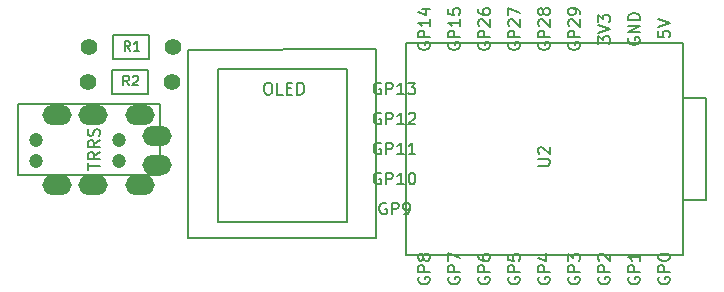
<source format=gbr>
%TF.GenerationSoftware,KiCad,Pcbnew,7.0.8*%
%TF.CreationDate,2023-11-23T22:11:04+09:00*%
%TF.ProjectId,jisaku20rp_tb,6a697361-6b75-4323-9072-705f74622e6b,rev?*%
%TF.SameCoordinates,Original*%
%TF.FileFunction,Legend,Top*%
%TF.FilePolarity,Positive*%
%FSLAX46Y46*%
G04 Gerber Fmt 4.6, Leading zero omitted, Abs format (unit mm)*
G04 Created by KiCad (PCBNEW 7.0.8) date 2023-11-23 22:11:04*
%MOMM*%
%LPD*%
G01*
G04 APERTURE LIST*
%ADD10C,0.150000*%
%ADD11C,1.397000*%
%ADD12C,1.200000*%
%ADD13O,2.500000X1.700000*%
G04 APERTURE END LIST*
D10*
X19644533Y24241783D02*
X19373600Y24628830D01*
X19180076Y24241783D02*
X19180076Y25054583D01*
X19180076Y25054583D02*
X19489714Y25054583D01*
X19489714Y25054583D02*
X19567124Y25015878D01*
X19567124Y25015878D02*
X19605829Y24977173D01*
X19605829Y24977173D02*
X19644533Y24899764D01*
X19644533Y24899764D02*
X19644533Y24783649D01*
X19644533Y24783649D02*
X19605829Y24706240D01*
X19605829Y24706240D02*
X19567124Y24667535D01*
X19567124Y24667535D02*
X19489714Y24628830D01*
X19489714Y24628830D02*
X19180076Y24628830D01*
X19954172Y24977173D02*
X19992876Y25015878D01*
X19992876Y25015878D02*
X20070286Y25054583D01*
X20070286Y25054583D02*
X20263810Y25054583D01*
X20263810Y25054583D02*
X20341219Y25015878D01*
X20341219Y25015878D02*
X20379924Y24977173D01*
X20379924Y24977173D02*
X20418629Y24899764D01*
X20418629Y24899764D02*
X20418629Y24822354D01*
X20418629Y24822354D02*
X20379924Y24706240D01*
X20379924Y24706240D02*
X19915467Y24241783D01*
X19915467Y24241783D02*
X20418629Y24241783D01*
X19744533Y27171783D02*
X19473600Y27558830D01*
X19280076Y27171783D02*
X19280076Y27984583D01*
X19280076Y27984583D02*
X19589714Y27984583D01*
X19589714Y27984583D02*
X19667124Y27945878D01*
X19667124Y27945878D02*
X19705829Y27907173D01*
X19705829Y27907173D02*
X19744533Y27829764D01*
X19744533Y27829764D02*
X19744533Y27713649D01*
X19744533Y27713649D02*
X19705829Y27636240D01*
X19705829Y27636240D02*
X19667124Y27597535D01*
X19667124Y27597535D02*
X19589714Y27558830D01*
X19589714Y27558830D02*
X19280076Y27558830D01*
X20518629Y27171783D02*
X20054172Y27171783D01*
X20286400Y27171783D02*
X20286400Y27984583D01*
X20286400Y27984583D02*
X20208991Y27868468D01*
X20208991Y27868468D02*
X20131581Y27791059D01*
X20131581Y27791059D02*
X20054172Y27752354D01*
X31337619Y24459180D02*
X31528095Y24459180D01*
X31528095Y24459180D02*
X31623333Y24411561D01*
X31623333Y24411561D02*
X31718571Y24316323D01*
X31718571Y24316323D02*
X31766190Y24125847D01*
X31766190Y24125847D02*
X31766190Y23792514D01*
X31766190Y23792514D02*
X31718571Y23602038D01*
X31718571Y23602038D02*
X31623333Y23506800D01*
X31623333Y23506800D02*
X31528095Y23459180D01*
X31528095Y23459180D02*
X31337619Y23459180D01*
X31337619Y23459180D02*
X31242381Y23506800D01*
X31242381Y23506800D02*
X31147143Y23602038D01*
X31147143Y23602038D02*
X31099524Y23792514D01*
X31099524Y23792514D02*
X31099524Y24125847D01*
X31099524Y24125847D02*
X31147143Y24316323D01*
X31147143Y24316323D02*
X31242381Y24411561D01*
X31242381Y24411561D02*
X31337619Y24459180D01*
X32670952Y23459180D02*
X32194762Y23459180D01*
X32194762Y23459180D02*
X32194762Y24459180D01*
X33004286Y23982990D02*
X33337619Y23982990D01*
X33480476Y23459180D02*
X33004286Y23459180D01*
X33004286Y23459180D02*
X33004286Y24459180D01*
X33004286Y24459180D02*
X33480476Y24459180D01*
X33909048Y23459180D02*
X33909048Y24459180D01*
X33909048Y24459180D02*
X34147143Y24459180D01*
X34147143Y24459180D02*
X34290000Y24411561D01*
X34290000Y24411561D02*
X34385238Y24316323D01*
X34385238Y24316323D02*
X34432857Y24221085D01*
X34432857Y24221085D02*
X34480476Y24030609D01*
X34480476Y24030609D02*
X34480476Y23887752D01*
X34480476Y23887752D02*
X34432857Y23697276D01*
X34432857Y23697276D02*
X34385238Y23602038D01*
X34385238Y23602038D02*
X34290000Y23506800D01*
X34290000Y23506800D02*
X34147143Y23459180D01*
X34147143Y23459180D02*
X33909048Y23459180D01*
X16164819Y17108095D02*
X16164819Y17679523D01*
X17164819Y17393809D02*
X16164819Y17393809D01*
X17164819Y18584285D02*
X16688628Y18250952D01*
X17164819Y18012857D02*
X16164819Y18012857D01*
X16164819Y18012857D02*
X16164819Y18393809D01*
X16164819Y18393809D02*
X16212438Y18489047D01*
X16212438Y18489047D02*
X16260057Y18536666D01*
X16260057Y18536666D02*
X16355295Y18584285D01*
X16355295Y18584285D02*
X16498152Y18584285D01*
X16498152Y18584285D02*
X16593390Y18536666D01*
X16593390Y18536666D02*
X16641009Y18489047D01*
X16641009Y18489047D02*
X16688628Y18393809D01*
X16688628Y18393809D02*
X16688628Y18012857D01*
X17164819Y19584285D02*
X16688628Y19250952D01*
X17164819Y19012857D02*
X16164819Y19012857D01*
X16164819Y19012857D02*
X16164819Y19393809D01*
X16164819Y19393809D02*
X16212438Y19489047D01*
X16212438Y19489047D02*
X16260057Y19536666D01*
X16260057Y19536666D02*
X16355295Y19584285D01*
X16355295Y19584285D02*
X16498152Y19584285D01*
X16498152Y19584285D02*
X16593390Y19536666D01*
X16593390Y19536666D02*
X16641009Y19489047D01*
X16641009Y19489047D02*
X16688628Y19393809D01*
X16688628Y19393809D02*
X16688628Y19012857D01*
X17117200Y19965238D02*
X17164819Y20108095D01*
X17164819Y20108095D02*
X17164819Y20346190D01*
X17164819Y20346190D02*
X17117200Y20441428D01*
X17117200Y20441428D02*
X17069580Y20489047D01*
X17069580Y20489047D02*
X16974342Y20536666D01*
X16974342Y20536666D02*
X16879104Y20536666D01*
X16879104Y20536666D02*
X16783866Y20489047D01*
X16783866Y20489047D02*
X16736247Y20441428D01*
X16736247Y20441428D02*
X16688628Y20346190D01*
X16688628Y20346190D02*
X16641009Y20155714D01*
X16641009Y20155714D02*
X16593390Y20060476D01*
X16593390Y20060476D02*
X16545771Y20012857D01*
X16545771Y20012857D02*
X16450533Y19965238D01*
X16450533Y19965238D02*
X16355295Y19965238D01*
X16355295Y19965238D02*
X16260057Y20012857D01*
X16260057Y20012857D02*
X16212438Y20060476D01*
X16212438Y20060476D02*
X16164819Y20155714D01*
X16164819Y20155714D02*
X16164819Y20393809D01*
X16164819Y20393809D02*
X16212438Y20536666D01*
X54284819Y17448095D02*
X55094342Y17448095D01*
X55094342Y17448095D02*
X55189580Y17495714D01*
X55189580Y17495714D02*
X55237200Y17543333D01*
X55237200Y17543333D02*
X55284819Y17638571D01*
X55284819Y17638571D02*
X55284819Y17829047D01*
X55284819Y17829047D02*
X55237200Y17924285D01*
X55237200Y17924285D02*
X55189580Y17971904D01*
X55189580Y17971904D02*
X55094342Y18019523D01*
X55094342Y18019523D02*
X54284819Y18019523D01*
X54380057Y18448095D02*
X54332438Y18495714D01*
X54332438Y18495714D02*
X54284819Y18590952D01*
X54284819Y18590952D02*
X54284819Y18829047D01*
X54284819Y18829047D02*
X54332438Y18924285D01*
X54332438Y18924285D02*
X54380057Y18971904D01*
X54380057Y18971904D02*
X54475295Y19019523D01*
X54475295Y19019523D02*
X54570533Y19019523D01*
X54570533Y19019523D02*
X54713390Y18971904D01*
X54713390Y18971904D02*
X55284819Y18400476D01*
X55284819Y18400476D02*
X55284819Y19019523D01*
X56882438Y27819523D02*
X56834819Y27724285D01*
X56834819Y27724285D02*
X56834819Y27581428D01*
X56834819Y27581428D02*
X56882438Y27438571D01*
X56882438Y27438571D02*
X56977676Y27343333D01*
X56977676Y27343333D02*
X57072914Y27295714D01*
X57072914Y27295714D02*
X57263390Y27248095D01*
X57263390Y27248095D02*
X57406247Y27248095D01*
X57406247Y27248095D02*
X57596723Y27295714D01*
X57596723Y27295714D02*
X57691961Y27343333D01*
X57691961Y27343333D02*
X57787200Y27438571D01*
X57787200Y27438571D02*
X57834819Y27581428D01*
X57834819Y27581428D02*
X57834819Y27676666D01*
X57834819Y27676666D02*
X57787200Y27819523D01*
X57787200Y27819523D02*
X57739580Y27867142D01*
X57739580Y27867142D02*
X57406247Y27867142D01*
X57406247Y27867142D02*
X57406247Y27676666D01*
X57834819Y28295714D02*
X56834819Y28295714D01*
X56834819Y28295714D02*
X56834819Y28676666D01*
X56834819Y28676666D02*
X56882438Y28771904D01*
X56882438Y28771904D02*
X56930057Y28819523D01*
X56930057Y28819523D02*
X57025295Y28867142D01*
X57025295Y28867142D02*
X57168152Y28867142D01*
X57168152Y28867142D02*
X57263390Y28819523D01*
X57263390Y28819523D02*
X57311009Y28771904D01*
X57311009Y28771904D02*
X57358628Y28676666D01*
X57358628Y28676666D02*
X57358628Y28295714D01*
X56930057Y29248095D02*
X56882438Y29295714D01*
X56882438Y29295714D02*
X56834819Y29390952D01*
X56834819Y29390952D02*
X56834819Y29629047D01*
X56834819Y29629047D02*
X56882438Y29724285D01*
X56882438Y29724285D02*
X56930057Y29771904D01*
X56930057Y29771904D02*
X57025295Y29819523D01*
X57025295Y29819523D02*
X57120533Y29819523D01*
X57120533Y29819523D02*
X57263390Y29771904D01*
X57263390Y29771904D02*
X57834819Y29200476D01*
X57834819Y29200476D02*
X57834819Y29819523D01*
X57834819Y30295714D02*
X57834819Y30486190D01*
X57834819Y30486190D02*
X57787200Y30581428D01*
X57787200Y30581428D02*
X57739580Y30629047D01*
X57739580Y30629047D02*
X57596723Y30724285D01*
X57596723Y30724285D02*
X57406247Y30771904D01*
X57406247Y30771904D02*
X57025295Y30771904D01*
X57025295Y30771904D02*
X56930057Y30724285D01*
X56930057Y30724285D02*
X56882438Y30676666D01*
X56882438Y30676666D02*
X56834819Y30581428D01*
X56834819Y30581428D02*
X56834819Y30390952D01*
X56834819Y30390952D02*
X56882438Y30295714D01*
X56882438Y30295714D02*
X56930057Y30248095D01*
X56930057Y30248095D02*
X57025295Y30200476D01*
X57025295Y30200476D02*
X57263390Y30200476D01*
X57263390Y30200476D02*
X57358628Y30248095D01*
X57358628Y30248095D02*
X57406247Y30295714D01*
X57406247Y30295714D02*
X57453866Y30390952D01*
X57453866Y30390952D02*
X57453866Y30581428D01*
X57453866Y30581428D02*
X57406247Y30676666D01*
X57406247Y30676666D02*
X57358628Y30724285D01*
X57358628Y30724285D02*
X57263390Y30771904D01*
X44182438Y7975714D02*
X44134819Y7880476D01*
X44134819Y7880476D02*
X44134819Y7737619D01*
X44134819Y7737619D02*
X44182438Y7594762D01*
X44182438Y7594762D02*
X44277676Y7499524D01*
X44277676Y7499524D02*
X44372914Y7451905D01*
X44372914Y7451905D02*
X44563390Y7404286D01*
X44563390Y7404286D02*
X44706247Y7404286D01*
X44706247Y7404286D02*
X44896723Y7451905D01*
X44896723Y7451905D02*
X44991961Y7499524D01*
X44991961Y7499524D02*
X45087200Y7594762D01*
X45087200Y7594762D02*
X45134819Y7737619D01*
X45134819Y7737619D02*
X45134819Y7832857D01*
X45134819Y7832857D02*
X45087200Y7975714D01*
X45087200Y7975714D02*
X45039580Y8023333D01*
X45039580Y8023333D02*
X44706247Y8023333D01*
X44706247Y8023333D02*
X44706247Y7832857D01*
X45134819Y8451905D02*
X44134819Y8451905D01*
X44134819Y8451905D02*
X44134819Y8832857D01*
X44134819Y8832857D02*
X44182438Y8928095D01*
X44182438Y8928095D02*
X44230057Y8975714D01*
X44230057Y8975714D02*
X44325295Y9023333D01*
X44325295Y9023333D02*
X44468152Y9023333D01*
X44468152Y9023333D02*
X44563390Y8975714D01*
X44563390Y8975714D02*
X44611009Y8928095D01*
X44611009Y8928095D02*
X44658628Y8832857D01*
X44658628Y8832857D02*
X44658628Y8451905D01*
X44563390Y9594762D02*
X44515771Y9499524D01*
X44515771Y9499524D02*
X44468152Y9451905D01*
X44468152Y9451905D02*
X44372914Y9404286D01*
X44372914Y9404286D02*
X44325295Y9404286D01*
X44325295Y9404286D02*
X44230057Y9451905D01*
X44230057Y9451905D02*
X44182438Y9499524D01*
X44182438Y9499524D02*
X44134819Y9594762D01*
X44134819Y9594762D02*
X44134819Y9785238D01*
X44134819Y9785238D02*
X44182438Y9880476D01*
X44182438Y9880476D02*
X44230057Y9928095D01*
X44230057Y9928095D02*
X44325295Y9975714D01*
X44325295Y9975714D02*
X44372914Y9975714D01*
X44372914Y9975714D02*
X44468152Y9928095D01*
X44468152Y9928095D02*
X44515771Y9880476D01*
X44515771Y9880476D02*
X44563390Y9785238D01*
X44563390Y9785238D02*
X44563390Y9594762D01*
X44563390Y9594762D02*
X44611009Y9499524D01*
X44611009Y9499524D02*
X44658628Y9451905D01*
X44658628Y9451905D02*
X44753866Y9404286D01*
X44753866Y9404286D02*
X44944342Y9404286D01*
X44944342Y9404286D02*
X45039580Y9451905D01*
X45039580Y9451905D02*
X45087200Y9499524D01*
X45087200Y9499524D02*
X45134819Y9594762D01*
X45134819Y9594762D02*
X45134819Y9785238D01*
X45134819Y9785238D02*
X45087200Y9880476D01*
X45087200Y9880476D02*
X45039580Y9928095D01*
X45039580Y9928095D02*
X44944342Y9975714D01*
X44944342Y9975714D02*
X44753866Y9975714D01*
X44753866Y9975714D02*
X44658628Y9928095D01*
X44658628Y9928095D02*
X44611009Y9880476D01*
X44611009Y9880476D02*
X44563390Y9785238D01*
X61962438Y28248095D02*
X61914819Y28152857D01*
X61914819Y28152857D02*
X61914819Y28010000D01*
X61914819Y28010000D02*
X61962438Y27867143D01*
X61962438Y27867143D02*
X62057676Y27771905D01*
X62057676Y27771905D02*
X62152914Y27724286D01*
X62152914Y27724286D02*
X62343390Y27676667D01*
X62343390Y27676667D02*
X62486247Y27676667D01*
X62486247Y27676667D02*
X62676723Y27724286D01*
X62676723Y27724286D02*
X62771961Y27771905D01*
X62771961Y27771905D02*
X62867200Y27867143D01*
X62867200Y27867143D02*
X62914819Y28010000D01*
X62914819Y28010000D02*
X62914819Y28105238D01*
X62914819Y28105238D02*
X62867200Y28248095D01*
X62867200Y28248095D02*
X62819580Y28295714D01*
X62819580Y28295714D02*
X62486247Y28295714D01*
X62486247Y28295714D02*
X62486247Y28105238D01*
X62914819Y28724286D02*
X61914819Y28724286D01*
X61914819Y28724286D02*
X62914819Y29295714D01*
X62914819Y29295714D02*
X61914819Y29295714D01*
X62914819Y29771905D02*
X61914819Y29771905D01*
X61914819Y29771905D02*
X61914819Y30010000D01*
X61914819Y30010000D02*
X61962438Y30152857D01*
X61962438Y30152857D02*
X62057676Y30248095D01*
X62057676Y30248095D02*
X62152914Y30295714D01*
X62152914Y30295714D02*
X62343390Y30343333D01*
X62343390Y30343333D02*
X62486247Y30343333D01*
X62486247Y30343333D02*
X62676723Y30295714D01*
X62676723Y30295714D02*
X62771961Y30248095D01*
X62771961Y30248095D02*
X62867200Y30152857D01*
X62867200Y30152857D02*
X62914819Y30010000D01*
X62914819Y30010000D02*
X62914819Y29771905D01*
X49262438Y7975714D02*
X49214819Y7880476D01*
X49214819Y7880476D02*
X49214819Y7737619D01*
X49214819Y7737619D02*
X49262438Y7594762D01*
X49262438Y7594762D02*
X49357676Y7499524D01*
X49357676Y7499524D02*
X49452914Y7451905D01*
X49452914Y7451905D02*
X49643390Y7404286D01*
X49643390Y7404286D02*
X49786247Y7404286D01*
X49786247Y7404286D02*
X49976723Y7451905D01*
X49976723Y7451905D02*
X50071961Y7499524D01*
X50071961Y7499524D02*
X50167200Y7594762D01*
X50167200Y7594762D02*
X50214819Y7737619D01*
X50214819Y7737619D02*
X50214819Y7832857D01*
X50214819Y7832857D02*
X50167200Y7975714D01*
X50167200Y7975714D02*
X50119580Y8023333D01*
X50119580Y8023333D02*
X49786247Y8023333D01*
X49786247Y8023333D02*
X49786247Y7832857D01*
X50214819Y8451905D02*
X49214819Y8451905D01*
X49214819Y8451905D02*
X49214819Y8832857D01*
X49214819Y8832857D02*
X49262438Y8928095D01*
X49262438Y8928095D02*
X49310057Y8975714D01*
X49310057Y8975714D02*
X49405295Y9023333D01*
X49405295Y9023333D02*
X49548152Y9023333D01*
X49548152Y9023333D02*
X49643390Y8975714D01*
X49643390Y8975714D02*
X49691009Y8928095D01*
X49691009Y8928095D02*
X49738628Y8832857D01*
X49738628Y8832857D02*
X49738628Y8451905D01*
X49214819Y9880476D02*
X49214819Y9690000D01*
X49214819Y9690000D02*
X49262438Y9594762D01*
X49262438Y9594762D02*
X49310057Y9547143D01*
X49310057Y9547143D02*
X49452914Y9451905D01*
X49452914Y9451905D02*
X49643390Y9404286D01*
X49643390Y9404286D02*
X50024342Y9404286D01*
X50024342Y9404286D02*
X50119580Y9451905D01*
X50119580Y9451905D02*
X50167200Y9499524D01*
X50167200Y9499524D02*
X50214819Y9594762D01*
X50214819Y9594762D02*
X50214819Y9785238D01*
X50214819Y9785238D02*
X50167200Y9880476D01*
X50167200Y9880476D02*
X50119580Y9928095D01*
X50119580Y9928095D02*
X50024342Y9975714D01*
X50024342Y9975714D02*
X49786247Y9975714D01*
X49786247Y9975714D02*
X49691009Y9928095D01*
X49691009Y9928095D02*
X49643390Y9880476D01*
X49643390Y9880476D02*
X49595771Y9785238D01*
X49595771Y9785238D02*
X49595771Y9594762D01*
X49595771Y9594762D02*
X49643390Y9499524D01*
X49643390Y9499524D02*
X49691009Y9451905D01*
X49691009Y9451905D02*
X49786247Y9404286D01*
X40949523Y16807561D02*
X40854285Y16855180D01*
X40854285Y16855180D02*
X40711428Y16855180D01*
X40711428Y16855180D02*
X40568571Y16807561D01*
X40568571Y16807561D02*
X40473333Y16712323D01*
X40473333Y16712323D02*
X40425714Y16617085D01*
X40425714Y16617085D02*
X40378095Y16426609D01*
X40378095Y16426609D02*
X40378095Y16283752D01*
X40378095Y16283752D02*
X40425714Y16093276D01*
X40425714Y16093276D02*
X40473333Y15998038D01*
X40473333Y15998038D02*
X40568571Y15902800D01*
X40568571Y15902800D02*
X40711428Y15855180D01*
X40711428Y15855180D02*
X40806666Y15855180D01*
X40806666Y15855180D02*
X40949523Y15902800D01*
X40949523Y15902800D02*
X40997142Y15950419D01*
X40997142Y15950419D02*
X40997142Y16283752D01*
X40997142Y16283752D02*
X40806666Y16283752D01*
X41425714Y15855180D02*
X41425714Y16855180D01*
X41425714Y16855180D02*
X41806666Y16855180D01*
X41806666Y16855180D02*
X41901904Y16807561D01*
X41901904Y16807561D02*
X41949523Y16759942D01*
X41949523Y16759942D02*
X41997142Y16664704D01*
X41997142Y16664704D02*
X41997142Y16521847D01*
X41997142Y16521847D02*
X41949523Y16426609D01*
X41949523Y16426609D02*
X41901904Y16378990D01*
X41901904Y16378990D02*
X41806666Y16331371D01*
X41806666Y16331371D02*
X41425714Y16331371D01*
X42949523Y15855180D02*
X42378095Y15855180D01*
X42663809Y15855180D02*
X42663809Y16855180D01*
X42663809Y16855180D02*
X42568571Y16712323D01*
X42568571Y16712323D02*
X42473333Y16617085D01*
X42473333Y16617085D02*
X42378095Y16569466D01*
X43568571Y16855180D02*
X43663809Y16855180D01*
X43663809Y16855180D02*
X43759047Y16807561D01*
X43759047Y16807561D02*
X43806666Y16759942D01*
X43806666Y16759942D02*
X43854285Y16664704D01*
X43854285Y16664704D02*
X43901904Y16474228D01*
X43901904Y16474228D02*
X43901904Y16236133D01*
X43901904Y16236133D02*
X43854285Y16045657D01*
X43854285Y16045657D02*
X43806666Y15950419D01*
X43806666Y15950419D02*
X43759047Y15902800D01*
X43759047Y15902800D02*
X43663809Y15855180D01*
X43663809Y15855180D02*
X43568571Y15855180D01*
X43568571Y15855180D02*
X43473333Y15902800D01*
X43473333Y15902800D02*
X43425714Y15950419D01*
X43425714Y15950419D02*
X43378095Y16045657D01*
X43378095Y16045657D02*
X43330476Y16236133D01*
X43330476Y16236133D02*
X43330476Y16474228D01*
X43330476Y16474228D02*
X43378095Y16664704D01*
X43378095Y16664704D02*
X43425714Y16759942D01*
X43425714Y16759942D02*
X43473333Y16807561D01*
X43473333Y16807561D02*
X43568571Y16855180D01*
X59374819Y27771905D02*
X59374819Y28390952D01*
X59374819Y28390952D02*
X59755771Y28057619D01*
X59755771Y28057619D02*
X59755771Y28200476D01*
X59755771Y28200476D02*
X59803390Y28295714D01*
X59803390Y28295714D02*
X59851009Y28343333D01*
X59851009Y28343333D02*
X59946247Y28390952D01*
X59946247Y28390952D02*
X60184342Y28390952D01*
X60184342Y28390952D02*
X60279580Y28343333D01*
X60279580Y28343333D02*
X60327200Y28295714D01*
X60327200Y28295714D02*
X60374819Y28200476D01*
X60374819Y28200476D02*
X60374819Y27914762D01*
X60374819Y27914762D02*
X60327200Y27819524D01*
X60327200Y27819524D02*
X60279580Y27771905D01*
X59374819Y28676667D02*
X60374819Y29010000D01*
X60374819Y29010000D02*
X59374819Y29343333D01*
X59374819Y29581429D02*
X59374819Y30200476D01*
X59374819Y30200476D02*
X59755771Y29867143D01*
X59755771Y29867143D02*
X59755771Y30010000D01*
X59755771Y30010000D02*
X59803390Y30105238D01*
X59803390Y30105238D02*
X59851009Y30152857D01*
X59851009Y30152857D02*
X59946247Y30200476D01*
X59946247Y30200476D02*
X60184342Y30200476D01*
X60184342Y30200476D02*
X60279580Y30152857D01*
X60279580Y30152857D02*
X60327200Y30105238D01*
X60327200Y30105238D02*
X60374819Y30010000D01*
X60374819Y30010000D02*
X60374819Y29724286D01*
X60374819Y29724286D02*
X60327200Y29629048D01*
X60327200Y29629048D02*
X60279580Y29581429D01*
X40949523Y24427561D02*
X40854285Y24475180D01*
X40854285Y24475180D02*
X40711428Y24475180D01*
X40711428Y24475180D02*
X40568571Y24427561D01*
X40568571Y24427561D02*
X40473333Y24332323D01*
X40473333Y24332323D02*
X40425714Y24237085D01*
X40425714Y24237085D02*
X40378095Y24046609D01*
X40378095Y24046609D02*
X40378095Y23903752D01*
X40378095Y23903752D02*
X40425714Y23713276D01*
X40425714Y23713276D02*
X40473333Y23618038D01*
X40473333Y23618038D02*
X40568571Y23522800D01*
X40568571Y23522800D02*
X40711428Y23475180D01*
X40711428Y23475180D02*
X40806666Y23475180D01*
X40806666Y23475180D02*
X40949523Y23522800D01*
X40949523Y23522800D02*
X40997142Y23570419D01*
X40997142Y23570419D02*
X40997142Y23903752D01*
X40997142Y23903752D02*
X40806666Y23903752D01*
X41425714Y23475180D02*
X41425714Y24475180D01*
X41425714Y24475180D02*
X41806666Y24475180D01*
X41806666Y24475180D02*
X41901904Y24427561D01*
X41901904Y24427561D02*
X41949523Y24379942D01*
X41949523Y24379942D02*
X41997142Y24284704D01*
X41997142Y24284704D02*
X41997142Y24141847D01*
X41997142Y24141847D02*
X41949523Y24046609D01*
X41949523Y24046609D02*
X41901904Y23998990D01*
X41901904Y23998990D02*
X41806666Y23951371D01*
X41806666Y23951371D02*
X41425714Y23951371D01*
X42949523Y23475180D02*
X42378095Y23475180D01*
X42663809Y23475180D02*
X42663809Y24475180D01*
X42663809Y24475180D02*
X42568571Y24332323D01*
X42568571Y24332323D02*
X42473333Y24237085D01*
X42473333Y24237085D02*
X42378095Y24189466D01*
X43282857Y24475180D02*
X43901904Y24475180D01*
X43901904Y24475180D02*
X43568571Y24094228D01*
X43568571Y24094228D02*
X43711428Y24094228D01*
X43711428Y24094228D02*
X43806666Y24046609D01*
X43806666Y24046609D02*
X43854285Y23998990D01*
X43854285Y23998990D02*
X43901904Y23903752D01*
X43901904Y23903752D02*
X43901904Y23665657D01*
X43901904Y23665657D02*
X43854285Y23570419D01*
X43854285Y23570419D02*
X43806666Y23522800D01*
X43806666Y23522800D02*
X43711428Y23475180D01*
X43711428Y23475180D02*
X43425714Y23475180D01*
X43425714Y23475180D02*
X43330476Y23522800D01*
X43330476Y23522800D02*
X43282857Y23570419D01*
X51802438Y7975714D02*
X51754819Y7880476D01*
X51754819Y7880476D02*
X51754819Y7737619D01*
X51754819Y7737619D02*
X51802438Y7594762D01*
X51802438Y7594762D02*
X51897676Y7499524D01*
X51897676Y7499524D02*
X51992914Y7451905D01*
X51992914Y7451905D02*
X52183390Y7404286D01*
X52183390Y7404286D02*
X52326247Y7404286D01*
X52326247Y7404286D02*
X52516723Y7451905D01*
X52516723Y7451905D02*
X52611961Y7499524D01*
X52611961Y7499524D02*
X52707200Y7594762D01*
X52707200Y7594762D02*
X52754819Y7737619D01*
X52754819Y7737619D02*
X52754819Y7832857D01*
X52754819Y7832857D02*
X52707200Y7975714D01*
X52707200Y7975714D02*
X52659580Y8023333D01*
X52659580Y8023333D02*
X52326247Y8023333D01*
X52326247Y8023333D02*
X52326247Y7832857D01*
X52754819Y8451905D02*
X51754819Y8451905D01*
X51754819Y8451905D02*
X51754819Y8832857D01*
X51754819Y8832857D02*
X51802438Y8928095D01*
X51802438Y8928095D02*
X51850057Y8975714D01*
X51850057Y8975714D02*
X51945295Y9023333D01*
X51945295Y9023333D02*
X52088152Y9023333D01*
X52088152Y9023333D02*
X52183390Y8975714D01*
X52183390Y8975714D02*
X52231009Y8928095D01*
X52231009Y8928095D02*
X52278628Y8832857D01*
X52278628Y8832857D02*
X52278628Y8451905D01*
X51754819Y9928095D02*
X51754819Y9451905D01*
X51754819Y9451905D02*
X52231009Y9404286D01*
X52231009Y9404286D02*
X52183390Y9451905D01*
X52183390Y9451905D02*
X52135771Y9547143D01*
X52135771Y9547143D02*
X52135771Y9785238D01*
X52135771Y9785238D02*
X52183390Y9880476D01*
X52183390Y9880476D02*
X52231009Y9928095D01*
X52231009Y9928095D02*
X52326247Y9975714D01*
X52326247Y9975714D02*
X52564342Y9975714D01*
X52564342Y9975714D02*
X52659580Y9928095D01*
X52659580Y9928095D02*
X52707200Y9880476D01*
X52707200Y9880476D02*
X52754819Y9785238D01*
X52754819Y9785238D02*
X52754819Y9547143D01*
X52754819Y9547143D02*
X52707200Y9451905D01*
X52707200Y9451905D02*
X52659580Y9404286D01*
X41425714Y14267561D02*
X41330476Y14315180D01*
X41330476Y14315180D02*
X41187619Y14315180D01*
X41187619Y14315180D02*
X41044762Y14267561D01*
X41044762Y14267561D02*
X40949524Y14172323D01*
X40949524Y14172323D02*
X40901905Y14077085D01*
X40901905Y14077085D02*
X40854286Y13886609D01*
X40854286Y13886609D02*
X40854286Y13743752D01*
X40854286Y13743752D02*
X40901905Y13553276D01*
X40901905Y13553276D02*
X40949524Y13458038D01*
X40949524Y13458038D02*
X41044762Y13362800D01*
X41044762Y13362800D02*
X41187619Y13315180D01*
X41187619Y13315180D02*
X41282857Y13315180D01*
X41282857Y13315180D02*
X41425714Y13362800D01*
X41425714Y13362800D02*
X41473333Y13410419D01*
X41473333Y13410419D02*
X41473333Y13743752D01*
X41473333Y13743752D02*
X41282857Y13743752D01*
X41901905Y13315180D02*
X41901905Y14315180D01*
X41901905Y14315180D02*
X42282857Y14315180D01*
X42282857Y14315180D02*
X42378095Y14267561D01*
X42378095Y14267561D02*
X42425714Y14219942D01*
X42425714Y14219942D02*
X42473333Y14124704D01*
X42473333Y14124704D02*
X42473333Y13981847D01*
X42473333Y13981847D02*
X42425714Y13886609D01*
X42425714Y13886609D02*
X42378095Y13838990D01*
X42378095Y13838990D02*
X42282857Y13791371D01*
X42282857Y13791371D02*
X41901905Y13791371D01*
X42949524Y13315180D02*
X43140000Y13315180D01*
X43140000Y13315180D02*
X43235238Y13362800D01*
X43235238Y13362800D02*
X43282857Y13410419D01*
X43282857Y13410419D02*
X43378095Y13553276D01*
X43378095Y13553276D02*
X43425714Y13743752D01*
X43425714Y13743752D02*
X43425714Y14124704D01*
X43425714Y14124704D02*
X43378095Y14219942D01*
X43378095Y14219942D02*
X43330476Y14267561D01*
X43330476Y14267561D02*
X43235238Y14315180D01*
X43235238Y14315180D02*
X43044762Y14315180D01*
X43044762Y14315180D02*
X42949524Y14267561D01*
X42949524Y14267561D02*
X42901905Y14219942D01*
X42901905Y14219942D02*
X42854286Y14124704D01*
X42854286Y14124704D02*
X42854286Y13886609D01*
X42854286Y13886609D02*
X42901905Y13791371D01*
X42901905Y13791371D02*
X42949524Y13743752D01*
X42949524Y13743752D02*
X43044762Y13696133D01*
X43044762Y13696133D02*
X43235238Y13696133D01*
X43235238Y13696133D02*
X43330476Y13743752D01*
X43330476Y13743752D02*
X43378095Y13791371D01*
X43378095Y13791371D02*
X43425714Y13886609D01*
X46722438Y7975714D02*
X46674819Y7880476D01*
X46674819Y7880476D02*
X46674819Y7737619D01*
X46674819Y7737619D02*
X46722438Y7594762D01*
X46722438Y7594762D02*
X46817676Y7499524D01*
X46817676Y7499524D02*
X46912914Y7451905D01*
X46912914Y7451905D02*
X47103390Y7404286D01*
X47103390Y7404286D02*
X47246247Y7404286D01*
X47246247Y7404286D02*
X47436723Y7451905D01*
X47436723Y7451905D02*
X47531961Y7499524D01*
X47531961Y7499524D02*
X47627200Y7594762D01*
X47627200Y7594762D02*
X47674819Y7737619D01*
X47674819Y7737619D02*
X47674819Y7832857D01*
X47674819Y7832857D02*
X47627200Y7975714D01*
X47627200Y7975714D02*
X47579580Y8023333D01*
X47579580Y8023333D02*
X47246247Y8023333D01*
X47246247Y8023333D02*
X47246247Y7832857D01*
X47674819Y8451905D02*
X46674819Y8451905D01*
X46674819Y8451905D02*
X46674819Y8832857D01*
X46674819Y8832857D02*
X46722438Y8928095D01*
X46722438Y8928095D02*
X46770057Y8975714D01*
X46770057Y8975714D02*
X46865295Y9023333D01*
X46865295Y9023333D02*
X47008152Y9023333D01*
X47008152Y9023333D02*
X47103390Y8975714D01*
X47103390Y8975714D02*
X47151009Y8928095D01*
X47151009Y8928095D02*
X47198628Y8832857D01*
X47198628Y8832857D02*
X47198628Y8451905D01*
X46674819Y9356667D02*
X46674819Y10023333D01*
X46674819Y10023333D02*
X47674819Y9594762D01*
X44182438Y27819523D02*
X44134819Y27724285D01*
X44134819Y27724285D02*
X44134819Y27581428D01*
X44134819Y27581428D02*
X44182438Y27438571D01*
X44182438Y27438571D02*
X44277676Y27343333D01*
X44277676Y27343333D02*
X44372914Y27295714D01*
X44372914Y27295714D02*
X44563390Y27248095D01*
X44563390Y27248095D02*
X44706247Y27248095D01*
X44706247Y27248095D02*
X44896723Y27295714D01*
X44896723Y27295714D02*
X44991961Y27343333D01*
X44991961Y27343333D02*
X45087200Y27438571D01*
X45087200Y27438571D02*
X45134819Y27581428D01*
X45134819Y27581428D02*
X45134819Y27676666D01*
X45134819Y27676666D02*
X45087200Y27819523D01*
X45087200Y27819523D02*
X45039580Y27867142D01*
X45039580Y27867142D02*
X44706247Y27867142D01*
X44706247Y27867142D02*
X44706247Y27676666D01*
X45134819Y28295714D02*
X44134819Y28295714D01*
X44134819Y28295714D02*
X44134819Y28676666D01*
X44134819Y28676666D02*
X44182438Y28771904D01*
X44182438Y28771904D02*
X44230057Y28819523D01*
X44230057Y28819523D02*
X44325295Y28867142D01*
X44325295Y28867142D02*
X44468152Y28867142D01*
X44468152Y28867142D02*
X44563390Y28819523D01*
X44563390Y28819523D02*
X44611009Y28771904D01*
X44611009Y28771904D02*
X44658628Y28676666D01*
X44658628Y28676666D02*
X44658628Y28295714D01*
X45134819Y29819523D02*
X45134819Y29248095D01*
X45134819Y29533809D02*
X44134819Y29533809D01*
X44134819Y29533809D02*
X44277676Y29438571D01*
X44277676Y29438571D02*
X44372914Y29343333D01*
X44372914Y29343333D02*
X44420533Y29248095D01*
X44468152Y30676666D02*
X45134819Y30676666D01*
X44087200Y30438571D02*
X44801485Y30200476D01*
X44801485Y30200476D02*
X44801485Y30819523D01*
X49262438Y27819523D02*
X49214819Y27724285D01*
X49214819Y27724285D02*
X49214819Y27581428D01*
X49214819Y27581428D02*
X49262438Y27438571D01*
X49262438Y27438571D02*
X49357676Y27343333D01*
X49357676Y27343333D02*
X49452914Y27295714D01*
X49452914Y27295714D02*
X49643390Y27248095D01*
X49643390Y27248095D02*
X49786247Y27248095D01*
X49786247Y27248095D02*
X49976723Y27295714D01*
X49976723Y27295714D02*
X50071961Y27343333D01*
X50071961Y27343333D02*
X50167200Y27438571D01*
X50167200Y27438571D02*
X50214819Y27581428D01*
X50214819Y27581428D02*
X50214819Y27676666D01*
X50214819Y27676666D02*
X50167200Y27819523D01*
X50167200Y27819523D02*
X50119580Y27867142D01*
X50119580Y27867142D02*
X49786247Y27867142D01*
X49786247Y27867142D02*
X49786247Y27676666D01*
X50214819Y28295714D02*
X49214819Y28295714D01*
X49214819Y28295714D02*
X49214819Y28676666D01*
X49214819Y28676666D02*
X49262438Y28771904D01*
X49262438Y28771904D02*
X49310057Y28819523D01*
X49310057Y28819523D02*
X49405295Y28867142D01*
X49405295Y28867142D02*
X49548152Y28867142D01*
X49548152Y28867142D02*
X49643390Y28819523D01*
X49643390Y28819523D02*
X49691009Y28771904D01*
X49691009Y28771904D02*
X49738628Y28676666D01*
X49738628Y28676666D02*
X49738628Y28295714D01*
X49310057Y29248095D02*
X49262438Y29295714D01*
X49262438Y29295714D02*
X49214819Y29390952D01*
X49214819Y29390952D02*
X49214819Y29629047D01*
X49214819Y29629047D02*
X49262438Y29724285D01*
X49262438Y29724285D02*
X49310057Y29771904D01*
X49310057Y29771904D02*
X49405295Y29819523D01*
X49405295Y29819523D02*
X49500533Y29819523D01*
X49500533Y29819523D02*
X49643390Y29771904D01*
X49643390Y29771904D02*
X50214819Y29200476D01*
X50214819Y29200476D02*
X50214819Y29819523D01*
X49214819Y30676666D02*
X49214819Y30486190D01*
X49214819Y30486190D02*
X49262438Y30390952D01*
X49262438Y30390952D02*
X49310057Y30343333D01*
X49310057Y30343333D02*
X49452914Y30248095D01*
X49452914Y30248095D02*
X49643390Y30200476D01*
X49643390Y30200476D02*
X50024342Y30200476D01*
X50024342Y30200476D02*
X50119580Y30248095D01*
X50119580Y30248095D02*
X50167200Y30295714D01*
X50167200Y30295714D02*
X50214819Y30390952D01*
X50214819Y30390952D02*
X50214819Y30581428D01*
X50214819Y30581428D02*
X50167200Y30676666D01*
X50167200Y30676666D02*
X50119580Y30724285D01*
X50119580Y30724285D02*
X50024342Y30771904D01*
X50024342Y30771904D02*
X49786247Y30771904D01*
X49786247Y30771904D02*
X49691009Y30724285D01*
X49691009Y30724285D02*
X49643390Y30676666D01*
X49643390Y30676666D02*
X49595771Y30581428D01*
X49595771Y30581428D02*
X49595771Y30390952D01*
X49595771Y30390952D02*
X49643390Y30295714D01*
X49643390Y30295714D02*
X49691009Y30248095D01*
X49691009Y30248095D02*
X49786247Y30200476D01*
X64502438Y7975714D02*
X64454819Y7880476D01*
X64454819Y7880476D02*
X64454819Y7737619D01*
X64454819Y7737619D02*
X64502438Y7594762D01*
X64502438Y7594762D02*
X64597676Y7499524D01*
X64597676Y7499524D02*
X64692914Y7451905D01*
X64692914Y7451905D02*
X64883390Y7404286D01*
X64883390Y7404286D02*
X65026247Y7404286D01*
X65026247Y7404286D02*
X65216723Y7451905D01*
X65216723Y7451905D02*
X65311961Y7499524D01*
X65311961Y7499524D02*
X65407200Y7594762D01*
X65407200Y7594762D02*
X65454819Y7737619D01*
X65454819Y7737619D02*
X65454819Y7832857D01*
X65454819Y7832857D02*
X65407200Y7975714D01*
X65407200Y7975714D02*
X65359580Y8023333D01*
X65359580Y8023333D02*
X65026247Y8023333D01*
X65026247Y8023333D02*
X65026247Y7832857D01*
X65454819Y8451905D02*
X64454819Y8451905D01*
X64454819Y8451905D02*
X64454819Y8832857D01*
X64454819Y8832857D02*
X64502438Y8928095D01*
X64502438Y8928095D02*
X64550057Y8975714D01*
X64550057Y8975714D02*
X64645295Y9023333D01*
X64645295Y9023333D02*
X64788152Y9023333D01*
X64788152Y9023333D02*
X64883390Y8975714D01*
X64883390Y8975714D02*
X64931009Y8928095D01*
X64931009Y8928095D02*
X64978628Y8832857D01*
X64978628Y8832857D02*
X64978628Y8451905D01*
X64454819Y9642381D02*
X64454819Y9737619D01*
X64454819Y9737619D02*
X64502438Y9832857D01*
X64502438Y9832857D02*
X64550057Y9880476D01*
X64550057Y9880476D02*
X64645295Y9928095D01*
X64645295Y9928095D02*
X64835771Y9975714D01*
X64835771Y9975714D02*
X65073866Y9975714D01*
X65073866Y9975714D02*
X65264342Y9928095D01*
X65264342Y9928095D02*
X65359580Y9880476D01*
X65359580Y9880476D02*
X65407200Y9832857D01*
X65407200Y9832857D02*
X65454819Y9737619D01*
X65454819Y9737619D02*
X65454819Y9642381D01*
X65454819Y9642381D02*
X65407200Y9547143D01*
X65407200Y9547143D02*
X65359580Y9499524D01*
X65359580Y9499524D02*
X65264342Y9451905D01*
X65264342Y9451905D02*
X65073866Y9404286D01*
X65073866Y9404286D02*
X64835771Y9404286D01*
X64835771Y9404286D02*
X64645295Y9451905D01*
X64645295Y9451905D02*
X64550057Y9499524D01*
X64550057Y9499524D02*
X64502438Y9547143D01*
X64502438Y9547143D02*
X64454819Y9642381D01*
X54342438Y7975714D02*
X54294819Y7880476D01*
X54294819Y7880476D02*
X54294819Y7737619D01*
X54294819Y7737619D02*
X54342438Y7594762D01*
X54342438Y7594762D02*
X54437676Y7499524D01*
X54437676Y7499524D02*
X54532914Y7451905D01*
X54532914Y7451905D02*
X54723390Y7404286D01*
X54723390Y7404286D02*
X54866247Y7404286D01*
X54866247Y7404286D02*
X55056723Y7451905D01*
X55056723Y7451905D02*
X55151961Y7499524D01*
X55151961Y7499524D02*
X55247200Y7594762D01*
X55247200Y7594762D02*
X55294819Y7737619D01*
X55294819Y7737619D02*
X55294819Y7832857D01*
X55294819Y7832857D02*
X55247200Y7975714D01*
X55247200Y7975714D02*
X55199580Y8023333D01*
X55199580Y8023333D02*
X54866247Y8023333D01*
X54866247Y8023333D02*
X54866247Y7832857D01*
X55294819Y8451905D02*
X54294819Y8451905D01*
X54294819Y8451905D02*
X54294819Y8832857D01*
X54294819Y8832857D02*
X54342438Y8928095D01*
X54342438Y8928095D02*
X54390057Y8975714D01*
X54390057Y8975714D02*
X54485295Y9023333D01*
X54485295Y9023333D02*
X54628152Y9023333D01*
X54628152Y9023333D02*
X54723390Y8975714D01*
X54723390Y8975714D02*
X54771009Y8928095D01*
X54771009Y8928095D02*
X54818628Y8832857D01*
X54818628Y8832857D02*
X54818628Y8451905D01*
X54628152Y9880476D02*
X55294819Y9880476D01*
X54247200Y9642381D02*
X54961485Y9404286D01*
X54961485Y9404286D02*
X54961485Y10023333D01*
X40949523Y19347561D02*
X40854285Y19395180D01*
X40854285Y19395180D02*
X40711428Y19395180D01*
X40711428Y19395180D02*
X40568571Y19347561D01*
X40568571Y19347561D02*
X40473333Y19252323D01*
X40473333Y19252323D02*
X40425714Y19157085D01*
X40425714Y19157085D02*
X40378095Y18966609D01*
X40378095Y18966609D02*
X40378095Y18823752D01*
X40378095Y18823752D02*
X40425714Y18633276D01*
X40425714Y18633276D02*
X40473333Y18538038D01*
X40473333Y18538038D02*
X40568571Y18442800D01*
X40568571Y18442800D02*
X40711428Y18395180D01*
X40711428Y18395180D02*
X40806666Y18395180D01*
X40806666Y18395180D02*
X40949523Y18442800D01*
X40949523Y18442800D02*
X40997142Y18490419D01*
X40997142Y18490419D02*
X40997142Y18823752D01*
X40997142Y18823752D02*
X40806666Y18823752D01*
X41425714Y18395180D02*
X41425714Y19395180D01*
X41425714Y19395180D02*
X41806666Y19395180D01*
X41806666Y19395180D02*
X41901904Y19347561D01*
X41901904Y19347561D02*
X41949523Y19299942D01*
X41949523Y19299942D02*
X41997142Y19204704D01*
X41997142Y19204704D02*
X41997142Y19061847D01*
X41997142Y19061847D02*
X41949523Y18966609D01*
X41949523Y18966609D02*
X41901904Y18918990D01*
X41901904Y18918990D02*
X41806666Y18871371D01*
X41806666Y18871371D02*
X41425714Y18871371D01*
X42949523Y18395180D02*
X42378095Y18395180D01*
X42663809Y18395180D02*
X42663809Y19395180D01*
X42663809Y19395180D02*
X42568571Y19252323D01*
X42568571Y19252323D02*
X42473333Y19157085D01*
X42473333Y19157085D02*
X42378095Y19109466D01*
X43901904Y18395180D02*
X43330476Y18395180D01*
X43616190Y18395180D02*
X43616190Y19395180D01*
X43616190Y19395180D02*
X43520952Y19252323D01*
X43520952Y19252323D02*
X43425714Y19157085D01*
X43425714Y19157085D02*
X43330476Y19109466D01*
X51802438Y27819523D02*
X51754819Y27724285D01*
X51754819Y27724285D02*
X51754819Y27581428D01*
X51754819Y27581428D02*
X51802438Y27438571D01*
X51802438Y27438571D02*
X51897676Y27343333D01*
X51897676Y27343333D02*
X51992914Y27295714D01*
X51992914Y27295714D02*
X52183390Y27248095D01*
X52183390Y27248095D02*
X52326247Y27248095D01*
X52326247Y27248095D02*
X52516723Y27295714D01*
X52516723Y27295714D02*
X52611961Y27343333D01*
X52611961Y27343333D02*
X52707200Y27438571D01*
X52707200Y27438571D02*
X52754819Y27581428D01*
X52754819Y27581428D02*
X52754819Y27676666D01*
X52754819Y27676666D02*
X52707200Y27819523D01*
X52707200Y27819523D02*
X52659580Y27867142D01*
X52659580Y27867142D02*
X52326247Y27867142D01*
X52326247Y27867142D02*
X52326247Y27676666D01*
X52754819Y28295714D02*
X51754819Y28295714D01*
X51754819Y28295714D02*
X51754819Y28676666D01*
X51754819Y28676666D02*
X51802438Y28771904D01*
X51802438Y28771904D02*
X51850057Y28819523D01*
X51850057Y28819523D02*
X51945295Y28867142D01*
X51945295Y28867142D02*
X52088152Y28867142D01*
X52088152Y28867142D02*
X52183390Y28819523D01*
X52183390Y28819523D02*
X52231009Y28771904D01*
X52231009Y28771904D02*
X52278628Y28676666D01*
X52278628Y28676666D02*
X52278628Y28295714D01*
X51850057Y29248095D02*
X51802438Y29295714D01*
X51802438Y29295714D02*
X51754819Y29390952D01*
X51754819Y29390952D02*
X51754819Y29629047D01*
X51754819Y29629047D02*
X51802438Y29724285D01*
X51802438Y29724285D02*
X51850057Y29771904D01*
X51850057Y29771904D02*
X51945295Y29819523D01*
X51945295Y29819523D02*
X52040533Y29819523D01*
X52040533Y29819523D02*
X52183390Y29771904D01*
X52183390Y29771904D02*
X52754819Y29200476D01*
X52754819Y29200476D02*
X52754819Y29819523D01*
X51754819Y30152857D02*
X51754819Y30819523D01*
X51754819Y30819523D02*
X52754819Y30390952D01*
X40949523Y21887561D02*
X40854285Y21935180D01*
X40854285Y21935180D02*
X40711428Y21935180D01*
X40711428Y21935180D02*
X40568571Y21887561D01*
X40568571Y21887561D02*
X40473333Y21792323D01*
X40473333Y21792323D02*
X40425714Y21697085D01*
X40425714Y21697085D02*
X40378095Y21506609D01*
X40378095Y21506609D02*
X40378095Y21363752D01*
X40378095Y21363752D02*
X40425714Y21173276D01*
X40425714Y21173276D02*
X40473333Y21078038D01*
X40473333Y21078038D02*
X40568571Y20982800D01*
X40568571Y20982800D02*
X40711428Y20935180D01*
X40711428Y20935180D02*
X40806666Y20935180D01*
X40806666Y20935180D02*
X40949523Y20982800D01*
X40949523Y20982800D02*
X40997142Y21030419D01*
X40997142Y21030419D02*
X40997142Y21363752D01*
X40997142Y21363752D02*
X40806666Y21363752D01*
X41425714Y20935180D02*
X41425714Y21935180D01*
X41425714Y21935180D02*
X41806666Y21935180D01*
X41806666Y21935180D02*
X41901904Y21887561D01*
X41901904Y21887561D02*
X41949523Y21839942D01*
X41949523Y21839942D02*
X41997142Y21744704D01*
X41997142Y21744704D02*
X41997142Y21601847D01*
X41997142Y21601847D02*
X41949523Y21506609D01*
X41949523Y21506609D02*
X41901904Y21458990D01*
X41901904Y21458990D02*
X41806666Y21411371D01*
X41806666Y21411371D02*
X41425714Y21411371D01*
X42949523Y20935180D02*
X42378095Y20935180D01*
X42663809Y20935180D02*
X42663809Y21935180D01*
X42663809Y21935180D02*
X42568571Y21792323D01*
X42568571Y21792323D02*
X42473333Y21697085D01*
X42473333Y21697085D02*
X42378095Y21649466D01*
X43330476Y21839942D02*
X43378095Y21887561D01*
X43378095Y21887561D02*
X43473333Y21935180D01*
X43473333Y21935180D02*
X43711428Y21935180D01*
X43711428Y21935180D02*
X43806666Y21887561D01*
X43806666Y21887561D02*
X43854285Y21839942D01*
X43854285Y21839942D02*
X43901904Y21744704D01*
X43901904Y21744704D02*
X43901904Y21649466D01*
X43901904Y21649466D02*
X43854285Y21506609D01*
X43854285Y21506609D02*
X43282857Y20935180D01*
X43282857Y20935180D02*
X43901904Y20935180D01*
X54342438Y27819523D02*
X54294819Y27724285D01*
X54294819Y27724285D02*
X54294819Y27581428D01*
X54294819Y27581428D02*
X54342438Y27438571D01*
X54342438Y27438571D02*
X54437676Y27343333D01*
X54437676Y27343333D02*
X54532914Y27295714D01*
X54532914Y27295714D02*
X54723390Y27248095D01*
X54723390Y27248095D02*
X54866247Y27248095D01*
X54866247Y27248095D02*
X55056723Y27295714D01*
X55056723Y27295714D02*
X55151961Y27343333D01*
X55151961Y27343333D02*
X55247200Y27438571D01*
X55247200Y27438571D02*
X55294819Y27581428D01*
X55294819Y27581428D02*
X55294819Y27676666D01*
X55294819Y27676666D02*
X55247200Y27819523D01*
X55247200Y27819523D02*
X55199580Y27867142D01*
X55199580Y27867142D02*
X54866247Y27867142D01*
X54866247Y27867142D02*
X54866247Y27676666D01*
X55294819Y28295714D02*
X54294819Y28295714D01*
X54294819Y28295714D02*
X54294819Y28676666D01*
X54294819Y28676666D02*
X54342438Y28771904D01*
X54342438Y28771904D02*
X54390057Y28819523D01*
X54390057Y28819523D02*
X54485295Y28867142D01*
X54485295Y28867142D02*
X54628152Y28867142D01*
X54628152Y28867142D02*
X54723390Y28819523D01*
X54723390Y28819523D02*
X54771009Y28771904D01*
X54771009Y28771904D02*
X54818628Y28676666D01*
X54818628Y28676666D02*
X54818628Y28295714D01*
X54390057Y29248095D02*
X54342438Y29295714D01*
X54342438Y29295714D02*
X54294819Y29390952D01*
X54294819Y29390952D02*
X54294819Y29629047D01*
X54294819Y29629047D02*
X54342438Y29724285D01*
X54342438Y29724285D02*
X54390057Y29771904D01*
X54390057Y29771904D02*
X54485295Y29819523D01*
X54485295Y29819523D02*
X54580533Y29819523D01*
X54580533Y29819523D02*
X54723390Y29771904D01*
X54723390Y29771904D02*
X55294819Y29200476D01*
X55294819Y29200476D02*
X55294819Y29819523D01*
X54723390Y30390952D02*
X54675771Y30295714D01*
X54675771Y30295714D02*
X54628152Y30248095D01*
X54628152Y30248095D02*
X54532914Y30200476D01*
X54532914Y30200476D02*
X54485295Y30200476D01*
X54485295Y30200476D02*
X54390057Y30248095D01*
X54390057Y30248095D02*
X54342438Y30295714D01*
X54342438Y30295714D02*
X54294819Y30390952D01*
X54294819Y30390952D02*
X54294819Y30581428D01*
X54294819Y30581428D02*
X54342438Y30676666D01*
X54342438Y30676666D02*
X54390057Y30724285D01*
X54390057Y30724285D02*
X54485295Y30771904D01*
X54485295Y30771904D02*
X54532914Y30771904D01*
X54532914Y30771904D02*
X54628152Y30724285D01*
X54628152Y30724285D02*
X54675771Y30676666D01*
X54675771Y30676666D02*
X54723390Y30581428D01*
X54723390Y30581428D02*
X54723390Y30390952D01*
X54723390Y30390952D02*
X54771009Y30295714D01*
X54771009Y30295714D02*
X54818628Y30248095D01*
X54818628Y30248095D02*
X54913866Y30200476D01*
X54913866Y30200476D02*
X55104342Y30200476D01*
X55104342Y30200476D02*
X55199580Y30248095D01*
X55199580Y30248095D02*
X55247200Y30295714D01*
X55247200Y30295714D02*
X55294819Y30390952D01*
X55294819Y30390952D02*
X55294819Y30581428D01*
X55294819Y30581428D02*
X55247200Y30676666D01*
X55247200Y30676666D02*
X55199580Y30724285D01*
X55199580Y30724285D02*
X55104342Y30771904D01*
X55104342Y30771904D02*
X54913866Y30771904D01*
X54913866Y30771904D02*
X54818628Y30724285D01*
X54818628Y30724285D02*
X54771009Y30676666D01*
X54771009Y30676666D02*
X54723390Y30581428D01*
X59422438Y7975714D02*
X59374819Y7880476D01*
X59374819Y7880476D02*
X59374819Y7737619D01*
X59374819Y7737619D02*
X59422438Y7594762D01*
X59422438Y7594762D02*
X59517676Y7499524D01*
X59517676Y7499524D02*
X59612914Y7451905D01*
X59612914Y7451905D02*
X59803390Y7404286D01*
X59803390Y7404286D02*
X59946247Y7404286D01*
X59946247Y7404286D02*
X60136723Y7451905D01*
X60136723Y7451905D02*
X60231961Y7499524D01*
X60231961Y7499524D02*
X60327200Y7594762D01*
X60327200Y7594762D02*
X60374819Y7737619D01*
X60374819Y7737619D02*
X60374819Y7832857D01*
X60374819Y7832857D02*
X60327200Y7975714D01*
X60327200Y7975714D02*
X60279580Y8023333D01*
X60279580Y8023333D02*
X59946247Y8023333D01*
X59946247Y8023333D02*
X59946247Y7832857D01*
X60374819Y8451905D02*
X59374819Y8451905D01*
X59374819Y8451905D02*
X59374819Y8832857D01*
X59374819Y8832857D02*
X59422438Y8928095D01*
X59422438Y8928095D02*
X59470057Y8975714D01*
X59470057Y8975714D02*
X59565295Y9023333D01*
X59565295Y9023333D02*
X59708152Y9023333D01*
X59708152Y9023333D02*
X59803390Y8975714D01*
X59803390Y8975714D02*
X59851009Y8928095D01*
X59851009Y8928095D02*
X59898628Y8832857D01*
X59898628Y8832857D02*
X59898628Y8451905D01*
X59470057Y9404286D02*
X59422438Y9451905D01*
X59422438Y9451905D02*
X59374819Y9547143D01*
X59374819Y9547143D02*
X59374819Y9785238D01*
X59374819Y9785238D02*
X59422438Y9880476D01*
X59422438Y9880476D02*
X59470057Y9928095D01*
X59470057Y9928095D02*
X59565295Y9975714D01*
X59565295Y9975714D02*
X59660533Y9975714D01*
X59660533Y9975714D02*
X59803390Y9928095D01*
X59803390Y9928095D02*
X60374819Y9356667D01*
X60374819Y9356667D02*
X60374819Y9975714D01*
X46722438Y27819523D02*
X46674819Y27724285D01*
X46674819Y27724285D02*
X46674819Y27581428D01*
X46674819Y27581428D02*
X46722438Y27438571D01*
X46722438Y27438571D02*
X46817676Y27343333D01*
X46817676Y27343333D02*
X46912914Y27295714D01*
X46912914Y27295714D02*
X47103390Y27248095D01*
X47103390Y27248095D02*
X47246247Y27248095D01*
X47246247Y27248095D02*
X47436723Y27295714D01*
X47436723Y27295714D02*
X47531961Y27343333D01*
X47531961Y27343333D02*
X47627200Y27438571D01*
X47627200Y27438571D02*
X47674819Y27581428D01*
X47674819Y27581428D02*
X47674819Y27676666D01*
X47674819Y27676666D02*
X47627200Y27819523D01*
X47627200Y27819523D02*
X47579580Y27867142D01*
X47579580Y27867142D02*
X47246247Y27867142D01*
X47246247Y27867142D02*
X47246247Y27676666D01*
X47674819Y28295714D02*
X46674819Y28295714D01*
X46674819Y28295714D02*
X46674819Y28676666D01*
X46674819Y28676666D02*
X46722438Y28771904D01*
X46722438Y28771904D02*
X46770057Y28819523D01*
X46770057Y28819523D02*
X46865295Y28867142D01*
X46865295Y28867142D02*
X47008152Y28867142D01*
X47008152Y28867142D02*
X47103390Y28819523D01*
X47103390Y28819523D02*
X47151009Y28771904D01*
X47151009Y28771904D02*
X47198628Y28676666D01*
X47198628Y28676666D02*
X47198628Y28295714D01*
X47674819Y29819523D02*
X47674819Y29248095D01*
X47674819Y29533809D02*
X46674819Y29533809D01*
X46674819Y29533809D02*
X46817676Y29438571D01*
X46817676Y29438571D02*
X46912914Y29343333D01*
X46912914Y29343333D02*
X46960533Y29248095D01*
X46674819Y30724285D02*
X46674819Y30248095D01*
X46674819Y30248095D02*
X47151009Y30200476D01*
X47151009Y30200476D02*
X47103390Y30248095D01*
X47103390Y30248095D02*
X47055771Y30343333D01*
X47055771Y30343333D02*
X47055771Y30581428D01*
X47055771Y30581428D02*
X47103390Y30676666D01*
X47103390Y30676666D02*
X47151009Y30724285D01*
X47151009Y30724285D02*
X47246247Y30771904D01*
X47246247Y30771904D02*
X47484342Y30771904D01*
X47484342Y30771904D02*
X47579580Y30724285D01*
X47579580Y30724285D02*
X47627200Y30676666D01*
X47627200Y30676666D02*
X47674819Y30581428D01*
X47674819Y30581428D02*
X47674819Y30343333D01*
X47674819Y30343333D02*
X47627200Y30248095D01*
X47627200Y30248095D02*
X47579580Y30200476D01*
X61962438Y7975714D02*
X61914819Y7880476D01*
X61914819Y7880476D02*
X61914819Y7737619D01*
X61914819Y7737619D02*
X61962438Y7594762D01*
X61962438Y7594762D02*
X62057676Y7499524D01*
X62057676Y7499524D02*
X62152914Y7451905D01*
X62152914Y7451905D02*
X62343390Y7404286D01*
X62343390Y7404286D02*
X62486247Y7404286D01*
X62486247Y7404286D02*
X62676723Y7451905D01*
X62676723Y7451905D02*
X62771961Y7499524D01*
X62771961Y7499524D02*
X62867200Y7594762D01*
X62867200Y7594762D02*
X62914819Y7737619D01*
X62914819Y7737619D02*
X62914819Y7832857D01*
X62914819Y7832857D02*
X62867200Y7975714D01*
X62867200Y7975714D02*
X62819580Y8023333D01*
X62819580Y8023333D02*
X62486247Y8023333D01*
X62486247Y8023333D02*
X62486247Y7832857D01*
X62914819Y8451905D02*
X61914819Y8451905D01*
X61914819Y8451905D02*
X61914819Y8832857D01*
X61914819Y8832857D02*
X61962438Y8928095D01*
X61962438Y8928095D02*
X62010057Y8975714D01*
X62010057Y8975714D02*
X62105295Y9023333D01*
X62105295Y9023333D02*
X62248152Y9023333D01*
X62248152Y9023333D02*
X62343390Y8975714D01*
X62343390Y8975714D02*
X62391009Y8928095D01*
X62391009Y8928095D02*
X62438628Y8832857D01*
X62438628Y8832857D02*
X62438628Y8451905D01*
X62914819Y9975714D02*
X62914819Y9404286D01*
X62914819Y9690000D02*
X61914819Y9690000D01*
X61914819Y9690000D02*
X62057676Y9594762D01*
X62057676Y9594762D02*
X62152914Y9499524D01*
X62152914Y9499524D02*
X62200533Y9404286D01*
X64454819Y28819523D02*
X64454819Y28343333D01*
X64454819Y28343333D02*
X64931009Y28295714D01*
X64931009Y28295714D02*
X64883390Y28343333D01*
X64883390Y28343333D02*
X64835771Y28438571D01*
X64835771Y28438571D02*
X64835771Y28676666D01*
X64835771Y28676666D02*
X64883390Y28771904D01*
X64883390Y28771904D02*
X64931009Y28819523D01*
X64931009Y28819523D02*
X65026247Y28867142D01*
X65026247Y28867142D02*
X65264342Y28867142D01*
X65264342Y28867142D02*
X65359580Y28819523D01*
X65359580Y28819523D02*
X65407200Y28771904D01*
X65407200Y28771904D02*
X65454819Y28676666D01*
X65454819Y28676666D02*
X65454819Y28438571D01*
X65454819Y28438571D02*
X65407200Y28343333D01*
X65407200Y28343333D02*
X65359580Y28295714D01*
X64454819Y29152857D02*
X65454819Y29486190D01*
X65454819Y29486190D02*
X64454819Y29819523D01*
X56882438Y7975714D02*
X56834819Y7880476D01*
X56834819Y7880476D02*
X56834819Y7737619D01*
X56834819Y7737619D02*
X56882438Y7594762D01*
X56882438Y7594762D02*
X56977676Y7499524D01*
X56977676Y7499524D02*
X57072914Y7451905D01*
X57072914Y7451905D02*
X57263390Y7404286D01*
X57263390Y7404286D02*
X57406247Y7404286D01*
X57406247Y7404286D02*
X57596723Y7451905D01*
X57596723Y7451905D02*
X57691961Y7499524D01*
X57691961Y7499524D02*
X57787200Y7594762D01*
X57787200Y7594762D02*
X57834819Y7737619D01*
X57834819Y7737619D02*
X57834819Y7832857D01*
X57834819Y7832857D02*
X57787200Y7975714D01*
X57787200Y7975714D02*
X57739580Y8023333D01*
X57739580Y8023333D02*
X57406247Y8023333D01*
X57406247Y8023333D02*
X57406247Y7832857D01*
X57834819Y8451905D02*
X56834819Y8451905D01*
X56834819Y8451905D02*
X56834819Y8832857D01*
X56834819Y8832857D02*
X56882438Y8928095D01*
X56882438Y8928095D02*
X56930057Y8975714D01*
X56930057Y8975714D02*
X57025295Y9023333D01*
X57025295Y9023333D02*
X57168152Y9023333D01*
X57168152Y9023333D02*
X57263390Y8975714D01*
X57263390Y8975714D02*
X57311009Y8928095D01*
X57311009Y8928095D02*
X57358628Y8832857D01*
X57358628Y8832857D02*
X57358628Y8451905D01*
X56834819Y9356667D02*
X56834819Y9975714D01*
X56834819Y9975714D02*
X57215771Y9642381D01*
X57215771Y9642381D02*
X57215771Y9785238D01*
X57215771Y9785238D02*
X57263390Y9880476D01*
X57263390Y9880476D02*
X57311009Y9928095D01*
X57311009Y9928095D02*
X57406247Y9975714D01*
X57406247Y9975714D02*
X57644342Y9975714D01*
X57644342Y9975714D02*
X57739580Y9928095D01*
X57739580Y9928095D02*
X57787200Y9880476D01*
X57787200Y9880476D02*
X57834819Y9785238D01*
X57834819Y9785238D02*
X57834819Y9499524D01*
X57834819Y9499524D02*
X57787200Y9404286D01*
X57787200Y9404286D02*
X57739580Y9356667D01*
%TO.C,R2*%
X21231140Y23529240D02*
X21231140Y25530760D01*
X21231140Y25530760D02*
X18228860Y25530760D01*
X18228860Y23529240D02*
X21231140Y23529240D01*
X18228860Y25530760D02*
X18228860Y23529240D01*
%TO.C,R1*%
X21331140Y26459240D02*
X21331140Y28460760D01*
X21331140Y28460760D02*
X18328860Y28460760D01*
X18328860Y26459240D02*
X21331140Y26459240D01*
X18328860Y28460760D02*
X18328860Y26459240D01*
%TO.C,OL1*%
X40580000Y11320000D02*
X40580000Y27274000D01*
X38134000Y25624000D02*
X38134000Y12670000D01*
X27212000Y12670000D02*
X38134000Y12670000D01*
X27212000Y25624000D02*
X38134000Y25624000D01*
X27212000Y25624000D02*
X27212000Y12670000D01*
X24610000Y11316000D02*
X40580000Y11320000D01*
X24610000Y11316000D02*
X24610000Y27270000D01*
X24610000Y27270000D02*
X40580000Y27274000D01*
%TO.C,J1*%
X10260000Y16620000D02*
X10260000Y22620000D01*
X22260000Y16620000D02*
X10260000Y16620000D01*
X10260000Y22620000D02*
X22260000Y22620000D01*
X22260000Y22620000D02*
X22260000Y16620000D01*
%TO.C,U2*%
X66590000Y27850000D02*
X66590000Y23180000D01*
X66590000Y27850000D02*
X66590000Y9850000D01*
X43090000Y27850000D02*
X66590000Y27850000D01*
X68470000Y23180000D02*
X68470000Y14520000D01*
X66590000Y23180000D02*
X68470000Y23180000D01*
X66590000Y14520000D02*
X68470000Y14520000D01*
X66590000Y9850000D02*
X66590000Y14520000D01*
X66590000Y9850000D02*
X43090000Y9850000D01*
X43090000Y9850000D02*
X43090000Y27850000D01*
%TD*%
D11*
%TO.C,R2*%
X23286000Y24530000D03*
X16174000Y24530000D03*
%TD*%
%TO.C,R1*%
X23386000Y27460000D03*
X16274000Y27460000D03*
%TD*%
D12*
%TO.C,J1*%
X11760000Y17870000D03*
X18760000Y17870000D03*
X11760000Y19620000D03*
X18760000Y19620000D03*
D13*
X22060000Y17520000D03*
X22060000Y19970000D03*
X13560000Y15770000D03*
X13560000Y21720000D03*
X16560000Y15770000D03*
X16560000Y21720000D03*
X20560000Y15770000D03*
X20560000Y21720000D03*
%TD*%
M02*

</source>
